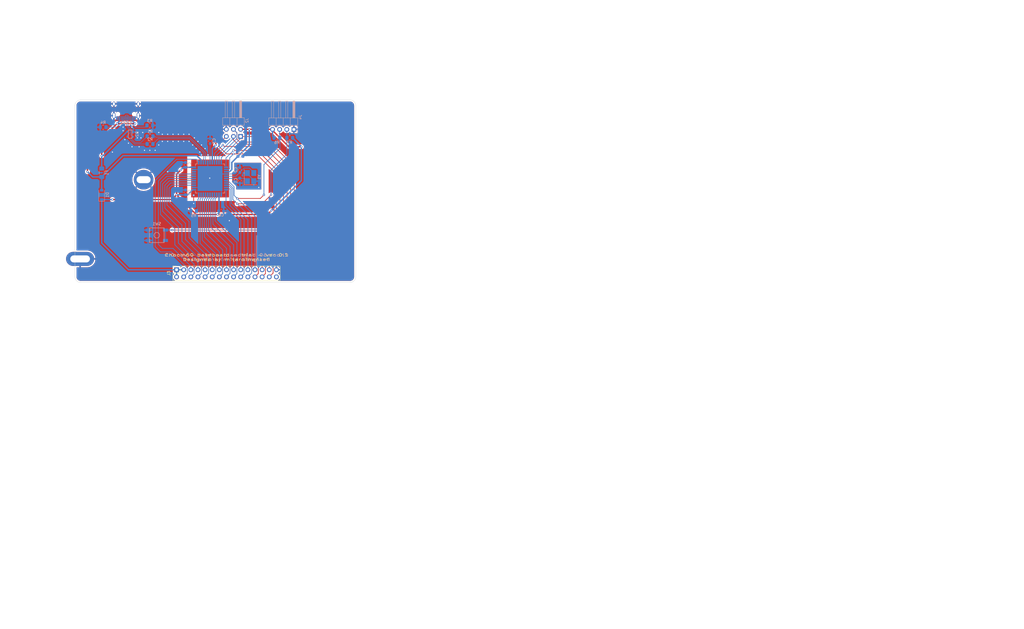
<source format=kicad_pcb>
(kicad_pcb (version 20171130) (host pcbnew "(5.1.0)-1")
  (layers (0 F.Cu signal) (31 B.Cu signal) (34 B.Paste user) (35 F.Paste user) (36 B.SilkS user) (37 F.SilkS user) (38 B.Mask user) (39 F.Mask user) (44 Edge.Cuts user))
  (net 0 "")
  (net 1 GND)
  (net 2 "Net-(C1-Pad1)")
  (net 3 +5V)
  (net 4 VBUS)
  (net 5 VCC)
  (net 6 ~RESET)
  (net 7 PB2_MOSI)
  (net 8 PB1_SCK)
  (net 9 PB3_MISO)
  (net 10 PF7)
  (net 11 PF6)
  (net 12 PF5)
  (net 13 PF4)
  (net 14 PF1)
  (net 15 PF0)
  (net 16 PE6)
  (net 17 PD7)
  (net 18 PD6)
  (net 19 PD5)
  (net 20 PD4)
  (net 21 PD3)
  (net 22 PD2)
  (net 23 PD1_SDA)
  (net 24 PD0_SCL)
  (net 25 PC7)
  (net 26 PC6)
  (net 27 PB7)
  (net 28 PB6)
  (net 29 PB5)
  (net 30 PB4)
  (net 31 PB0)
  (net 32 D+)
  (net 33 D-)
  (net 34 "Net-(R5-Pad2)")
  (net 35 "Net-(U1-Pad42)")
  (net 36 "Net-(J3-Pad30)")
  (net 37 /D_P)
  (net 38 /D_N)
  (net 39 "Net-(C2-Pad2)")
  (net 40 /UCAP)
  (net 41 "Net-(R4-Pad1)")
  (net 42 "Net-(USB1-Pad3)")
  (net 43 "Net-(USB1-Pad9)")
  (net 44 "Net-(R3-Pad2)")
  (module Orbit_Type-C:HRO-TYPE-C-31-M-12 (layer B.Cu) (at 58.2 48.8)
    (fp_text reference USB1 (at 0 9.25) (layer B.SilkS) (effects (justify mirror)))
    (fp_text value HRO-TYPE-C-31-M-12)
    (pad 12 smd rect (at 3.225 7.695) (size 0.55 1.45) (layers B.Cu B.Paste B.Mask) (net 1 GND))
    (pad 1 smd rect (at -3.225 7.695) (size 0.55 1.45) (layers B.Cu B.Paste B.Mask) (net 1 GND))
    (pad 11 smd rect (at 2.45 7.695) (size 0.55 1.45) (layers B.Cu B.Paste B.Mask) (net 5 VCC))
    (pad 2 smd rect (at -2.45 7.695) (size 0.55 1.45) (layers B.Cu B.Paste B.Mask) (net 5 VCC))
    (pad 3 smd rect (at -1.75 7.695) (size 0.3 1.45) (layers B.Cu B.Paste B.Mask) (net 42 "Net-(USB1-Pad3)"))
    (pad 10 smd rect (at 1.75 7.695) (size 0.3 1.45) (layers B.Cu B.Paste B.Mask) (net 44 "Net-(R3-Pad2)"))
    (pad 4 smd rect (at -1.25 7.695) (size 0.3 1.45) (layers B.Cu B.Paste B.Mask) (net 41 "Net-(R4-Pad1)"))
    (pad 9 smd rect (at 1.25 7.695) (size 0.3 1.45) (layers B.Cu B.Paste B.Mask) (net 43 "Net-(USB1-Pad9)"))
    (pad 5 smd rect (at -0.75 7.695) (size 0.3 1.45) (layers B.Cu B.Paste B.Mask) (net 38 /D_N))
    (pad 8 smd rect (at 0.75 7.695) (size 0.3 1.45) (layers B.Cu B.Paste B.Mask) (net 37 /D_P))
    (pad 7 smd rect (at 0.25 7.695) (size 0.3 1.45) (layers B.Cu B.Paste B.Mask) (net 38 /D_N))
    (pad 6 smd rect (at -0.25 7.695) (size 0.3 1.45) (layers B.Cu B.Paste B.Mask) (net 37 /D_P))
    (pad "" np_thru_hole circle (at 2.89 6.25) (size 0.65 0.65) (drill 0.65) (layers *.Cu *.Mask))
    (pad "" np_thru_hole circle (at -2.89 6.25) (size 0.65 0.65) (drill 0.65) (layers *.Cu *.Mask))
    (pad 13 thru_hole oval (at -4.32 6.78) (size 1 2.1) (drill oval 0.6 1.7) (layers *.Cu F.Mask) (net 1 GND))
    (pad 13 thru_hole oval (at 4.32 6.78) (size 1 2.1) (drill oval 0.6 1.7) (layers *.Cu F.Mask) (net 1 GND))
    (pad 13 thru_hole oval (at -4.32 2.6) (size 1 1.6) (drill oval 0.6 1.2) (layers *.Cu F.Mask) (net 1 GND))
    (pad 13 thru_hole oval (at 4.32 2.6) (size 1 1.6) (drill oval 0.6 1.2) (layers *.Cu F.Mask) (net 1 GND))
  )
  (module Resistor_SMD:R_0805_2012Metric_Pad1.15x1.40mm_HandSolder (layer B.Cu) (at 66.745 62.9285 180)
    (fp_text reference R1 (at 0 1.65 180) (layer B.SilkS) (effects (justify mirror)))
    (fp_text value 22)
    (pad 2 smd roundrect (at 1.025 0 180) (size 1.15 1.4) (layers B.Cu B.Paste B.Mask) (roundrect_rratio 0.217391) (net 37 /D_P))
    (pad 1 smd roundrect (at -1.025 0 180) (size 1.15 1.4) (layers B.Cu B.Paste B.Mask) (roundrect_rratio 0.217391) (net 32 D+))
  )
  (module Resistor_SMD:R_0805_2012Metric_Pad1.15x1.40mm_HandSolder (layer B.Cu) (at 66.745 65.6924 180)
    (fp_text reference R2 (at 0 1.65 180) (layer B.SilkS) (effects (justify mirror)))
    (fp_text value 22)
    (pad 2 smd roundrect (at 1.025 0 180) (size 1.15 1.4) (layers B.Cu B.Paste B.Mask) (roundrect_rratio 0.217391) (net 38 /D_N))
    (pad 1 smd roundrect (at -1.025 0 180) (size 1.15 1.4) (layers B.Cu B.Paste B.Mask) (roundrect_rratio 0.217391) (net 33 D-))
  )
  (module Resistor_SMD:R_0805_2012Metric_Pad1.15x1.40mm_HandSolder (layer B.Cu) (at 50.029 59.69 180)
    (fp_text reference R4 (at 0 1.65 180) (layer B.SilkS) (effects (justify mirror)))
    (fp_text value 5.1k)
    (pad 2 smd roundrect (at 1.025 0 180) (size 1.15 1.4) (layers B.Cu B.Paste B.Mask) (roundrect_rratio 0.217391) (net 1 GND))
    (pad 1 smd roundrect (at -1.025 0 180) (size 1.15 1.4) (layers B.Cu B.Paste B.Mask) (roundrect_rratio 0.217391) (net 41 "Net-(R4-Pad1)"))
  )
  (module Resistor_SMD:R_0805_2012Metric_Pad1.15x1.40mm_HandSolder (layer B.Cu) (at 66.675 59.055 180)
    (fp_text reference R3 (at 0 1.65 180) (layer B.SilkS) (effects (justify mirror)))
    (fp_text value 5.1k)
    (pad 2 smd roundrect (at 1.025 0 180) (size 1.15 1.4) (layers B.Cu B.Paste B.Mask) (roundrect_rratio 0.217391) (net 44 "Net-(R3-Pad2)"))
    (pad 1 smd roundrect (at -1.025 0 180) (size 1.15 1.4) (layers B.Cu B.Paste B.Mask) (roundrect_rratio 0.217391) (net 1 GND))
  )
  (module Crystal:Crystal_SMD_3225-4Pin_3.2x2.5mm_HandSoldering (layer B.Cu) (at 102.5525 77.47 90)
    (fp_text reference Y1 (at 0 3.05 90) (layer B.SilkS) (effects (justify mirror)))
    (fp_text value 16MHz)
    (pad 4 smd rect (at -1.45 1.15 90) (size 2.1 1.8) (layers B.Cu B.Paste B.Mask) (net 1 GND))
    (pad 3 smd rect (at 1.45 1.15 90) (size 2.1 1.8) (layers B.Cu B.Paste B.Mask) (net 39 "Net-(C2-Pad2)"))
    (pad 2 smd rect (at 1.45 -1.15 90) (size 2.1 1.8) (layers B.Cu B.Paste B.Mask) (net 1 GND))
    (pad 1 smd rect (at -1.45 -1.15 90) (size 2.1 1.8) (layers B.Cu B.Paste B.Mask) (net 2 "Net-(C1-Pad1)"))
  )
  (module Orbit_locallib:SOT143B (layer B.Cu) (at 59.6748 62.17 270)
    (fp_text reference D2 (at 0 -2.45 270) (layer B.SilkS) (effects (justify mirror)))
    (fp_text value PRTR5V0U2X)
    (pad 1 smd rect (at -0.75 -1 270) (size 1 0.7) (layers B.Cu B.Paste B.Mask) (net 1 GND))
    (pad 4 smd rect (at -0.95 1 270) (size 0.6 0.7) (layers B.Cu B.Paste B.Mask) (net 5 VCC))
    (pad 2 smd rect (at 0.95 -1 270) (size 0.6 0.7) (layers B.Cu B.Paste B.Mask) (net 37 /D_P))
    (pad 3 smd rect (at 0.95 1 270) (size 0.6 0.7) (layers B.Cu B.Paste B.Mask) (net 38 /D_N))
  )
  (module Package_QFP:TQFP-44_10x10mm_P0.8mm (layer B.Cu) (at 88.1126 77.978 270)
    (fp_text reference U1 (at 0 7.45 270) (layer B.SilkS) (effects (justify mirror)))
    (fp_text value ATmega32U4-AU)
    (pad 44 smd rect (at -4 5.7 180) (size 1.5 0.55) (layers B.Cu B.Paste B.Mask) (net 3 +5V))
    (pad 43 smd rect (at -3.2 5.7 180) (size 1.5 0.55) (layers B.Cu B.Paste B.Mask) (net 1 GND))
    (pad 42 smd rect (at -2.4 5.7 180) (size 1.5 0.55) (layers B.Cu B.Paste B.Mask) (net 35 "Net-(U1-Pad42)"))
    (pad 41 smd rect (at -1.6 5.7 180) (size 1.5 0.55) (layers B.Cu B.Paste B.Mask) (net 15 PF0))
    (pad 40 smd rect (at -0.8 5.7 180) (size 1.5 0.55) (layers B.Cu B.Paste B.Mask) (net 14 PF1))
    (pad 39 smd rect (at 0 5.7 180) (size 1.5 0.55) (layers B.Cu B.Paste B.Mask) (net 13 PF4))
    (pad 38 smd rect (at 0.8 5.7 180) (size 1.5 0.55) (layers B.Cu B.Paste B.Mask) (net 12 PF5))
    (pad 37 smd rect (at 1.6 5.7 180) (size 1.5 0.55) (layers B.Cu B.Paste B.Mask) (net 11 PF6))
    (pad 36 smd rect (at 2.4 5.7 180) (size 1.5 0.55) (layers B.Cu B.Paste B.Mask) (net 10 PF7))
    (pad 35 smd rect (at 3.2 5.7 180) (size 1.5 0.55) (layers B.Cu B.Paste B.Mask) (net 1 GND))
    (pad 34 smd rect (at 4 5.7 180) (size 1.5 0.55) (layers B.Cu B.Paste B.Mask) (net 3 +5V))
    (pad 33 smd rect (at 5.7 4 270) (size 1.5 0.55) (layers B.Cu B.Paste B.Mask) (net 34 "Net-(R5-Pad2)"))
    (pad 32 smd rect (at 5.7 3.2 270) (size 1.5 0.55) (layers B.Cu B.Paste B.Mask) (net 25 PC7))
    (pad 31 smd rect (at 5.7 2.4 270) (size 1.5 0.55) (layers B.Cu B.Paste B.Mask) (net 26 PC6))
    (pad 30 smd rect (at 5.7 1.6 270) (size 1.5 0.55) (layers B.Cu B.Paste B.Mask) (net 28 PB6))
    (pad 29 smd rect (at 5.7 0.8 270) (size 1.5 0.55) (layers B.Cu B.Paste B.Mask) (net 29 PB5))
    (pad 28 smd rect (at 5.7 0 270) (size 1.5 0.55) (layers B.Cu B.Paste B.Mask) (net 30 PB4))
    (pad 27 smd rect (at 5.7 -0.8 270) (size 1.5 0.55) (layers B.Cu B.Paste B.Mask) (net 17 PD7))
    (pad 26 smd rect (at 5.7 -1.6 270) (size 1.5 0.55) (layers B.Cu B.Paste B.Mask) (net 18 PD6))
    (pad 25 smd rect (at 5.7 -2.4 270) (size 1.5 0.55) (layers B.Cu B.Paste B.Mask) (net 20 PD4))
    (pad 24 smd rect (at 5.7 -3.2 270) (size 1.5 0.55) (layers B.Cu B.Paste B.Mask) (net 3 +5V))
    (pad 23 smd rect (at 5.7 -4 270) (size 1.5 0.55) (layers B.Cu B.Paste B.Mask) (net 1 GND))
    (pad 22 smd rect (at 4 -5.7 180) (size 1.5 0.55) (layers B.Cu B.Paste B.Mask) (net 19 PD5))
    (pad 21 smd rect (at 3.2 -5.7 180) (size 1.5 0.55) (layers B.Cu B.Paste B.Mask) (net 21 PD3))
    (pad 20 smd rect (at 2.4 -5.7 180) (size 1.5 0.55) (layers B.Cu B.Paste B.Mask) (net 22 PD2))
    (pad 19 smd rect (at 1.6 -5.7 180) (size 1.5 0.55) (layers B.Cu B.Paste B.Mask) (net 23 PD1_SDA))
    (pad 18 smd rect (at 0.8 -5.7 180) (size 1.5 0.55) (layers B.Cu B.Paste B.Mask) (net 24 PD0_SCL))
    (pad 17 smd rect (at 0 -5.7 180) (size 1.5 0.55) (layers B.Cu B.Paste B.Mask) (net 2 "Net-(C1-Pad1)"))
    (pad 16 smd rect (at -0.8 -5.7 180) (size 1.5 0.55) (layers B.Cu B.Paste B.Mask) (net 39 "Net-(C2-Pad2)"))
    (pad 15 smd rect (at -1.6 -5.7 180) (size 1.5 0.55) (layers B.Cu B.Paste B.Mask) (net 1 GND))
    (pad 14 smd rect (at -2.4 -5.7 180) (size 1.5 0.55) (layers B.Cu B.Paste B.Mask) (net 3 +5V))
    (pad 13 smd rect (at -3.2 -5.7 180) (size 1.5 0.55) (layers B.Cu B.Paste B.Mask) (net 6 ~RESET))
    (pad 12 smd rect (at -4 -5.7 180) (size 1.5 0.55) (layers B.Cu B.Paste B.Mask) (net 27 PB7))
    (pad 11 smd rect (at -5.7 -4 270) (size 1.5 0.55) (layers B.Cu B.Paste B.Mask) (net 9 PB3_MISO))
    (pad 10 smd rect (at -5.7 -3.2 270) (size 1.5 0.55) (layers B.Cu B.Paste B.Mask) (net 7 PB2_MOSI))
    (pad 9 smd rect (at -5.7 -2.4 270) (size 1.5 0.55) (layers B.Cu B.Paste B.Mask) (net 8 PB1_SCK))
    (pad 8 smd rect (at -5.7 -1.6 270) (size 1.5 0.55) (layers B.Cu B.Paste B.Mask) (net 31 PB0))
    (pad 7 smd rect (at -5.7 -0.8 270) (size 1.5 0.55) (layers B.Cu B.Paste B.Mask) (net 4 VBUS))
    (pad 6 smd rect (at -5.7 0 270) (size 1.5 0.55) (layers B.Cu B.Paste B.Mask) (net 40 /UCAP))
    (pad 5 smd rect (at -5.7 0.8 270) (size 1.5 0.55) (layers B.Cu B.Paste B.Mask) (net 1 GND))
    (pad 4 smd rect (at -5.7 1.6 270) (size 1.5 0.55) (layers B.Cu B.Paste B.Mask) (net 32 D+))
    (pad 3 smd rect (at -5.7 2.4 270) (size 1.5 0.55) (layers B.Cu B.Paste B.Mask) (net 33 D-))
    (pad 2 smd rect (at -5.7 3.2 270) (size 1.5 0.55) (layers B.Cu B.Paste B.Mask) (net 4 VBUS))
    (pad 1 smd rect (at -5.7 4 270) (size 1.5 0.55) (layers B.Cu B.Paste B.Mask) (net 16 PE6))
  )
  (module Orbit_locallib:SKQGADE010 (layer B.Cu) (at 69.15 98.2)
    (fp_text reference SW1 (at 0 -4.064) (layer B.SilkS) (effects (justify mirror)))
    (fp_text value SW_Push)
    (pad 4 smd rect (at -3.1 -1.85) (size 1.8 1.1) (layers B.Cu B.Paste B.Mask) (net 1 GND))
    (pad 3 smd rect (at 3.1 1.85) (size 1.8 1.1) (layers B.Cu B.Paste B.Mask) (net 6 ~RESET))
    (pad 2 smd rect (at -3.1 1.85) (size 1.8 1.1) (layers B.Cu B.Paste B.Mask) (net 1 GND))
    (pad 1 smd rect (at 3.1 -1.85) (size 1.8 1.1) (layers B.Cu B.Paste B.Mask) (net 6 ~RESET))
  )
  (module Resistor_SMD:R_0805_2012Metric_Pad1.15x1.40mm_HandSolder (layer B.Cu) (at 116.506 63.5)
    (fp_text reference R7 (at 0 1.65) (layer B.SilkS) (effects (justify mirror)))
    (fp_text value 4.7k)
    (pad 2 smd roundrect (at 1.025 0) (size 1.15 1.4) (layers B.Cu B.Paste B.Mask) (roundrect_rratio 0.217391) (net 3 +5V))
    (pad 1 smd roundrect (at -1.025 0) (size 1.15 1.4) (layers B.Cu B.Paste B.Mask) (roundrect_rratio 0.217391) (net 23 PD1_SDA))
  )
  (module Resistor_SMD:R_0805_2012Metric_Pad1.15x1.40mm_HandSolder (layer B.Cu) (at 111.943 63.5)
    (fp_text reference R6 (at 0 1.65) (layer B.SilkS) (effects (justify mirror)))
    (fp_text value 4.7k)
    (pad 2 smd roundrect (at 1.025 0) (size 1.15 1.4) (layers B.Cu B.Paste B.Mask) (roundrect_rratio 0.217391) (net 24 PD0_SCL))
    (pad 1 smd roundrect (at -1.025 0) (size 1.15 1.4) (layers B.Cu B.Paste B.Mask) (roundrect_rratio 0.217391) (net 3 +5V))
  )
  (module Resistor_SMD:R_0805_2012Metric_Pad1.15x1.40mm_HandSolder (layer B.Cu) (at 82.296 89.535)
    (fp_text reference R5 (at 0 1.65) (layer B.SilkS) (effects (justify mirror)))
    (fp_text value 10k)
    (pad 2 smd roundrect (at 1.025 0) (size 1.15 1.4) (layers B.Cu B.Paste B.Mask) (roundrect_rratio 0.217391) (net 34 "Net-(R5-Pad2)"))
    (pad 1 smd roundrect (at -1.025 0) (size 1.15 1.4) (layers B.Cu B.Paste B.Mask) (roundrect_rratio 0.217391) (net 1 GND))
  )
  (module Connector_PinHeader_2.54mm:PinHeader_1x04_P2.54mm_Horizontal (layer B.Cu) (at 118 60.5 90)
    (fp_text reference J4 (at 4.385 2.27 90) (layer B.SilkS) (effects (justify mirror)))
    (fp_text value Conn_01x04)
    (pad 4 thru_hole oval (at 0 -7.62 90) (size 1.7 1.7) (drill 1) (layers *.Cu *.Mask) (net 3 +5V))
    (pad 3 thru_hole oval (at 0 -5.08 90) (size 1.7 1.7) (drill 1) (layers *.Cu *.Mask) (net 24 PD0_SCL))
    (pad 2 thru_hole oval (at 0 -2.54 90) (size 1.7 1.7) (drill 1) (layers *.Cu *.Mask) (net 23 PD1_SDA))
    (pad 1 thru_hole rect (at 0 0 90) (size 1.7 1.7) (drill 1) (layers *.Cu *.Mask) (net 1 GND))
  )
  (module Connector_PinSocket_2.54mm:PinSocket_2x15_P2.54mm_Vertical (layer F.Cu) (at 76.2 110.49 90)
    (fp_text reference J3 (at -1.27 -2.77 90) (layer F.SilkS))
    (fp_text value Conn_01x30)
    (pad 30 thru_hole oval (at -2.54 35.56 90) (size 1.7 1.7) (drill 1) (layers *.Cu *.Mask) (net 36 "Net-(J3-Pad30)"))
    (pad 29 thru_hole oval (at 0 35.56 90) (size 1.7 1.7) (drill 1) (layers *.Cu *.Mask) (net 1 GND))
    (pad 28 thru_hole oval (at -2.54 33.02 90) (size 1.7 1.7) (drill 1) (layers *.Cu *.Mask) (net 9 PB3_MISO))
    (pad 27 thru_hole oval (at 0 33.02 90) (size 1.7 1.7) (drill 1) (layers *.Cu *.Mask) (net 7 PB2_MOSI))
    (pad 26 thru_hole oval (at -2.54 30.48 90) (size 1.7 1.7) (drill 1) (layers *.Cu *.Mask) (net 8 PB1_SCK))
    (pad 25 thru_hole oval (at 0 30.48 90) (size 1.7 1.7) (drill 1) (layers *.Cu *.Mask) (net 31 PB0))
    (pad 24 thru_hole oval (at -2.54 27.94 90) (size 1.7 1.7) (drill 1) (layers *.Cu *.Mask) (net 27 PB7))
    (pad 23 thru_hole oval (at 0 27.94 90) (size 1.7 1.7) (drill 1) (layers *.Cu *.Mask) (net 24 PD0_SCL))
    (pad 22 thru_hole oval (at -2.54 25.4 90) (size 1.7 1.7) (drill 1) (layers *.Cu *.Mask) (net 23 PD1_SDA))
    (pad 21 thru_hole oval (at 0 25.4 90) (size 1.7 1.7) (drill 1) (layers *.Cu *.Mask) (net 22 PD2))
    (pad 20 thru_hole oval (at -2.54 22.86 90) (size 1.7 1.7) (drill 1) (layers *.Cu *.Mask) (net 21 PD3))
    (pad 19 thru_hole oval (at 0 22.86 90) (size 1.7 1.7) (drill 1) (layers *.Cu *.Mask) (net 19 PD5))
    (pad 18 thru_hole oval (at -2.54 20.32 90) (size 1.7 1.7) (drill 1) (layers *.Cu *.Mask) (net 20 PD4))
    (pad 17 thru_hole oval (at 0 20.32 90) (size 1.7 1.7) (drill 1) (layers *.Cu *.Mask) (net 18 PD6))
    (pad 16 thru_hole oval (at -2.54 17.78 90) (size 1.7 1.7) (drill 1) (layers *.Cu *.Mask) (net 17 PD7))
    (pad 15 thru_hole oval (at 0 17.78 90) (size 1.7 1.7) (drill 1) (layers *.Cu *.Mask) (net 30 PB4))
    (pad 14 thru_hole oval (at -2.54 15.24 90) (size 1.7 1.7) (drill 1) (layers *.Cu *.Mask) (net 29 PB5))
    (pad 13 thru_hole oval (at 0 15.24 90) (size 1.7 1.7) (drill 1) (layers *.Cu *.Mask) (net 28 PB6))
    (pad 12 thru_hole oval (at -2.54 12.7 90) (size 1.7 1.7) (drill 1) (layers *.Cu *.Mask) (net 26 PC6))
    (pad 11 thru_hole oval (at 0 12.7 90) (size 1.7 1.7) (drill 1) (layers *.Cu *.Mask) (net 25 PC7))
    (pad 10 thru_hole oval (at -2.54 10.16 90) (size 1.7 1.7) (drill 1) (layers *.Cu *.Mask) (net 10 PF7))
    (pad 9 thru_hole oval (at 0 10.16 90) (size 1.7 1.7) (drill 1) (layers *.Cu *.Mask) (net 11 PF6))
    (pad 8 thru_hole oval (at -2.54 7.62 90) (size 1.7 1.7) (drill 1) (layers *.Cu *.Mask) (net 12 PF5))
    (pad 7 thru_hole oval (at 0 7.62 90) (size 1.7 1.7) (drill 1) (layers *.Cu *.Mask) (net 13 PF4))
    (pad 6 thru_hole oval (at -2.54 5.08 90) (size 1.7 1.7) (drill 1) (layers *.Cu *.Mask) (net 14 PF1))
    (pad 5 thru_hole oval (at 0 5.08 90) (size 1.7 1.7) (drill 1) (layers *.Cu *.Mask) (net 15 PF0))
    (pad 4 thru_hole oval (at -2.54 2.54 90) (size 1.7 1.7) (drill 1) (layers *.Cu *.Mask) (net 16 PE6))
    (pad 3 thru_hole oval (at 0 2.54 90) (size 1.7 1.7) (drill 1) (layers *.Cu *.Mask) (net 3 +5V))
    (pad 2 thru_hole oval (at -2.54 0 90) (size 1.7 1.7) (drill 1) (layers *.Cu *.Mask) (net 3 +5V))
    (pad 1 thru_hole rect (at 0 0 90) (size 1.7 1.7) (drill 1) (layers *.Cu *.Mask) (net 3 +5V))
  )
  (module Connector_PinHeader_2.54mm:PinHeader_2x03_P2.54mm_Horizontal (layer B.Cu) (at 99 63 90)
    (fp_text reference J2 (at 5.655 2.27 90) (layer B.SilkS) (effects (justify mirror)))
    (fp_text value AVR-ISP-6)
    (pad 6 thru_hole oval (at 2.54 -5.08 90) (size 1.7 1.7) (drill 1) (layers *.Cu *.Mask) (net 1 GND))
    (pad 5 thru_hole oval (at 0 -5.08 90) (size 1.7 1.7) (drill 1) (layers *.Cu *.Mask) (net 6 ~RESET))
    (pad 4 thru_hole oval (at 2.54 -2.54 90) (size 1.7 1.7) (drill 1) (layers *.Cu *.Mask) (net 7 PB2_MOSI))
    (pad 3 thru_hole oval (at 0 -2.54 90) (size 1.7 1.7) (drill 1) (layers *.Cu *.Mask) (net 8 PB1_SCK))
    (pad 2 thru_hole oval (at 2.54 0 90) (size 1.7 1.7) (drill 1) (layers *.Cu *.Mask) (net 3 +5V))
    (pad 1 thru_hole rect (at 0 0 90) (size 1.7 1.7) (drill 1) (layers *.Cu *.Mask) (net 9 PB3_MISO))
  )
  (module Fuse:Fuse_1206_3216Metric_Pad1.42x1.75mm_HandSolder (layer B.Cu) (at 49.53 75.9349 90)
    (fp_text reference F1 (at 0 1.82 90) (layer B.SilkS) (effects (justify mirror)))
    (fp_text value 500mA)
    (pad 2 smd roundrect (at 1.4875 0 90) (size 1.425 1.75) (layers B.Cu B.Paste B.Mask) (roundrect_rratio 0.175439) (net 5 VCC))
    (pad 1 smd roundrect (at -1.4875 0 90) (size 1.425 1.75) (layers B.Cu B.Paste B.Mask) (roundrect_rratio 0.175439) (net 4 VBUS))
  )
  (module Diode_SMD:D_SOD-123 (layer B.Cu) (at 49.53 83.82 90)
    (fp_text reference D1 (at 0 2 90) (layer B.SilkS) (effects (justify mirror)))
    (fp_text value Schottky)
    (pad 2 smd rect (at 1.65 0 90) (size 0.9 1.2) (layers B.Cu B.Paste B.Mask) (net 4 VBUS))
    (pad 1 smd rect (at -1.65 0 90) (size 0.9 1.2) (layers B.Cu B.Paste B.Mask) (net 3 +5V))
  )
  (module Capacitor_SMD:C_0603_1608Metric_Pad1.05x0.95mm_HandSolder (layer B.Cu) (at 79.375 73.152 90)
    (fp_text reference C7 (at 0 1.43 90) (layer B.SilkS) (effects (justify mirror)))
    (fp_text value 10uF)
    (pad 2 smd roundrect (at 0.875 0 90) (size 1.05 0.95) (layers B.Cu B.Paste B.Mask) (net 1 GND))
    (pad 1 smd roundrect (at -0.875 0 90) (size 1.05 0.95) (layers B.Cu B.Paste B.Mask) (net 3 +5V))
  )
  (module Capacitor_SMD:C_0603_1608Metric_Pad1.05x0.95mm_HandSolder (layer B.Cu) (at 92.075 89.535)
    (fp_text reference C6 (at 0 1.43) (layer B.SilkS) (effects (justify mirror)))
    (fp_text value 0.1uF)
    (pad 2 smd roundrect (at 0.875 0) (size 1.05 0.95) (layers B.Cu B.Paste B.Mask) (net 1 GND))
    (pad 1 smd roundrect (at -0.875 0) (size 1.05 0.95) (layers B.Cu B.Paste B.Mask) (net 3 +5V))
  )
  (module Capacitor_SMD:C_0603_1608Metric_Pad1.05x0.95mm_HandSolder (layer B.Cu) (at 79.375 82.931 90)
    (fp_text reference C5 (at 0 1.43 90) (layer B.SilkS) (effects (justify mirror)))
    (fp_text value 0.1uF)
    (pad 2 smd roundrect (at 0.875 0 90) (size 1.05 0.95) (layers B.Cu B.Paste B.Mask) (net 1 GND))
    (pad 1 smd roundrect (at -0.875 0 90) (size 1.05 0.95) (layers B.Cu B.Paste B.Mask) (net 3 +5V))
  )
  (module Capacitor_SMD:C_0603_1608Metric_Pad1.05x0.95mm_HandSolder (layer B.Cu) (at 98.933 70.104 180)
    (fp_text reference C4 (at 0 1.43 180) (layer B.SilkS) (effects (justify mirror)))
    (fp_text value 0.1uF)
    (pad 2 smd roundrect (at 0.875 0 180) (size 1.05 0.95) (layers B.Cu B.Paste B.Mask) (net 3 +5V))
    (pad 1 smd roundrect (at -0.875 0 180) (size 1.05 0.95) (layers B.Cu B.Paste B.Mask) (net 1 GND))
  )
  (module Capacitor_SMD:C_0603_1608Metric_Pad1.05x0.95mm_HandSolder (layer B.Cu) (at 88.138 64.643 90)
    (fp_text reference C3 (at 0 1.43 90) (layer B.SilkS) (effects (justify mirror)))
    (fp_text value 1uF)
    (pad 2 smd roundrect (at 0.875 0 90) (size 1.05 0.95) (layers B.Cu B.Paste B.Mask) (net 1 GND))
    (pad 1 smd roundrect (at -0.875 0 90) (size 1.05 0.95) (layers B.Cu B.Paste B.Mask) (net 40 /UCAP))
  )
  (module Capacitor_SMD:C_0603_1608Metric_Pad1.05x0.95mm_HandSolder (layer B.Cu) (at 98.7425 74.93 270)
    (fp_text reference C2 (at 0 1.43 270) (layer B.SilkS) (effects (justify mirror)))
    (fp_text value 22pF)
    (pad 2 smd roundrect (at 0.875 0 270) (size 1.05 0.95) (layers B.Cu B.Paste B.Mask) (net 39 "Net-(C2-Pad2)"))
    (pad 1 smd roundrect (at -0.875 0 270) (size 1.05 0.95) (layers B.Cu B.Paste B.Mask) (net 1 GND))
  )
  (module Capacitor_SMD:C_0603_1608Metric_Pad1.05x0.95mm_HandSolder (layer B.Cu) (at 98.7425 78.74 270)
    (fp_text reference C1 (at 0 1.43 270) (layer B.SilkS) (effects (justify mirror)))
    (fp_text value 22pF)
    (pad 2 smd roundrect (at 0.875 0 270) (size 1.05 0.95) (layers B.Cu B.Paste B.Mask) (net 1 GND))
    (pad 1 smd roundrect (at -0.875 0 270) (size 1.05 0.95) (layers B.Cu B.Paste B.Mask) (net 2 "Net-(C1-Pad1)"))
  )
  (module gh60_hole:PKRH (layer F.Cu) (at 64.453146 78.400048)
    (fp_text reference S1 hide)
    (fp_text value Screw)
    (pad 1 thru_hole circle (at 0 0) (size 7.00024 7.00024) (drill oval 5.00126 2.49936) (layers *.Cu *.Mask) (net 1 GND))
  )
  (module gh60_hole:PKRHSL (layer F.Cu) (at 41.831252 106.625)
    (fp_text reference S4 hide)
    (fp_text value Screw)
    (pad 1 thru_hole oval (at 0 0) (size 9.99998 5.00126) (drill oval 7.00024 2.49936) (layers *.Cu *.Mask) (net 1 GND))
  )
  (gr_text "ChocIn60 baseboard - trial - ver 0.1\nDesigned by mitaroThanken" (at 93.98 106.045) (layer B.SilkS) (effects (font (size 1 1.5)) (justify mirror)))
  (gr_text "ChocIn60 baseboard - trial - ver 0.1\nDesigned by mitaroThanken" (at 93.98 106.045) (layer F.SilkS) (effects (font (size 1 1.5))))
  (gr_line (start 138 115) (end 42 115) (angle 90) (layer Edge.Cuts) (width 0.0991))
  (gr_line (start 140 52) (end 140 113) (angle 90) (layer Edge.Cuts) (width 0.1))
  (gr_line (start 42 50) (end 138 50) (angle 90) (layer Edge.Cuts) (width 0.1))
  (gr_arc (start 42 113) (end 42 115) (angle 90) (layer Edge.Cuts) (width 0.1))
  (gr_arc (start 138 113) (end 140 113) (angle 90) (layer Edge.Cuts) (width 0.1))
  (gr_arc (start 42 52) (end 40 52) (angle 90) (layer Edge.Cuts) (width 0.0991))
  (gr_line (start 40 113) (end 40 52) (angle 90) (layer Edge.Cuts) (width 0.1))
  (gr_arc (start 138 52) (end 138 50) (angle 90) (layer Edge.Cuts) (width 0.1))
  (segment (start 100.3554 69.4944) (end 101.3714 69.4944) (width 0.5) (layer B.Cu) (net 1))
  (segment (start 103.7025 78.5946) (end 103.7025 78.92) (width 0.25) (layer B.Cu) (net 1))
  (segment (start 101.4025 76.02) (end 101.4025 76.2946) (width 0.25) (layer B.Cu) (net 1))
  (segment (start 101.4025 76.2946) (end 103.7025 78.5946) (width 0.25) (layer B.Cu) (net 1))
  (segment (start 92.1126 81.9526) (end 92.1126 83.678) (width 0.25) (layer B.Cu) (net 1))
  (segment (start 87.3126 72.278) (end 87.3126 77.1526) (width 0.25) (layer B.Cu) (net 1))
  (segment (start 87.3126 77.1526) (end 88.011 77.851) (width 0.25) (layer B.Cu) (net 1))
  (segment (start 91.262 76.378) (end 93.8126 76.378) (width 0.25) (layer B.Cu) (net 1))
  (segment (start 82.4126 81.178) (end 86.462 81.178) (width 0.25) (layer B.Cu) (net 1))
  (segment (start 86.462 81.178) (end 91.262 76.378) (width 0.25) (layer B.Cu) (net 1))
  (segment (start 89.713 76.378) (end 93.8126 76.378) (width 0.25) (layer B.Cu) (net 1))
  (segment (start 82.4126 74.778) (end 88.113 74.778) (width 0.25) (layer B.Cu) (net 1))
  (segment (start 88.113 74.778) (end 89.713 76.378) (width 0.25) (layer B.Cu) (net 1))
  (segment (start 88.011 77.851) (end 92.1126 81.9526) (width 0.25) (layer B.Cu) (net 1))
  (via (at 88.011 77.851) (size 0.8) (drill 0.4) (layers F.Cu B.Cu) (net 1))
  (via (at 105.4735 81.153) (size 0.8) (drill 0.4) (layers F.Cu B.Cu) (net 1))
  (segment (start 96.4195 76.378) (end 98.7425 74.055) (width 0.25) (layer B.Cu) (net 1))
  (segment (start 93.8126 76.378) (end 96.4195 76.378) (width 0.25) (layer B.Cu) (net 1))
  (segment (start 62.52 52.5) (end 62.52 55.63) (width 0.25) (layer B.Cu) (net 1))
  (segment (start 62.52 51.45) (end 62.52 52.5) (width 0.25) (layer B.Cu) (net 1))
  (segment (start 62.52 55.63) (end 62.34 55.63) (width 0.25) (layer B.Cu) (net 1))
  (segment (start 53.88 55.63) (end 54.06 55.63) (width 0.25) (layer B.Cu) (net 1))
  (segment (start 53.88 55.63) (end 53.88 51.45) (width 0.25) (layer B.Cu) (net 1))
  (segment (start 61.605 56.495) (end 62.52 55.58) (width 0.25) (layer B.Cu) (net 1))
  (segment (start 61.425 56.495) (end 61.605 56.495) (width 0.25) (layer B.Cu) (net 1))
  (segment (start 54.795 56.495) (end 53.88 55.58) (width 0.25) (layer B.Cu) (net 1))
  (segment (start 54.975 56.495) (end 54.795 56.495) (width 0.25) (layer B.Cu) (net 1))
  (segment (start 54.63 51.4) (end 62.52 51.4) (width 0.25) (layer B.Cu) (net 1))
  (segment (start 53.88 51.4) (end 54.63 51.4) (width 0.25) (layer B.Cu) (net 1))
  (via (at 95 93) (size 0.8) (drill 0.4) (layers F.Cu B.Cu) (net 1))
  (via (at 53.34 68.58) (size 0.8) (drill 0.4) (layers F.Cu B.Cu) (net 1))
  (via (at 73.025 75.565) (size 0.8) (drill 0.4) (layers F.Cu B.Cu) (net 1))
  (via (at 85.09 69.596) (size 0.8) (drill 0.4) (layers F.Cu B.Cu) (net 1))
  (via (at 87.376 69.596) (size 0.8) (drill 0.4) (layers F.Cu B.Cu) (net 1))
  (via (at 85.09 66.04) (size 0.8) (drill 0.4) (layers F.Cu B.Cu) (net 1))
  (via (at 83.185 67.31) (size 0.8) (drill 0.4) (layers F.Cu B.Cu) (net 1))
  (via (at 86.36 67.31) (size 0.8) (drill 0.4) (layers F.Cu B.Cu) (net 1))
  (via (at 84.455 68.58) (size 0.8) (drill 0.4) (layers F.Cu B.Cu) (net 1))
  (via (at 81.915 66.04) (size 0.8) (drill 0.4) (layers F.Cu B.Cu) (net 1))
  (via (at 83.82 64.77) (size 0.8) (drill 0.4) (layers F.Cu B.Cu) (net 1))
  (via (at 80.645 64.77) (size 0.8) (drill 0.4) (layers F.Cu B.Cu) (net 1))
  (via (at 82.55 63.5) (size 0.8) (drill 0.4) (layers F.Cu B.Cu) (net 1))
  (via (at 78.74 64.77) (size 0.8) (drill 0.4) (layers F.Cu B.Cu) (net 1))
  (via (at 80.645 62.23) (size 0.8) (drill 0.4) (layers F.Cu B.Cu) (net 1))
  (via (at 78.74 62.23) (size 0.8) (drill 0.4) (layers F.Cu B.Cu) (net 1))
  (via (at 76.835 62.23) (size 0.8) (drill 0.4) (layers F.Cu B.Cu) (net 1))
  (via (at 76.835 64.77) (size 0.8) (drill 0.4) (layers F.Cu B.Cu) (net 1))
  (via (at 74.93 62.23) (size 0.8) (drill 0.4) (layers F.Cu B.Cu) (net 1))
  (via (at 74.93 64.77) (size 0.8) (drill 0.4) (layers F.Cu B.Cu) (net 1))
  (via (at 73.025 62.23) (size 0.8) (drill 0.4) (layers F.Cu B.Cu) (net 1))
  (via (at 73.025 64.77) (size 0.8) (drill 0.4) (layers F.Cu B.Cu) (net 1))
  (via (at 71.12 62.23) (size 0.8) (drill 0.4) (layers F.Cu B.Cu) (net 1))
  (via (at 71.12 64.77) (size 0.8) (drill 0.4) (layers F.Cu B.Cu) (net 1))
  (via (at 69.85 66.04) (size 0.8) (drill 0.4) (layers F.Cu B.Cu) (net 1))
  (via (at 68.58 67.945) (size 0.8) (drill 0.4) (layers F.Cu B.Cu) (net 1))
  (via (at 66.675 67.945) (size 0.8) (drill 0.4) (layers F.Cu B.Cu) (net 1))
  (via (at 64.77 67.945) (size 0.8) (drill 0.4) (layers F.Cu B.Cu) (net 1))
  (via (at 62.865 66.675) (size 0.8) (drill 0.4) (layers F.Cu B.Cu) (net 1))
  (via (at 60.325 66.675) (size 0.8) (drill 0.4) (layers F.Cu B.Cu) (net 1))
  (via (at 66.675 60.96) (size 0.8) (drill 0.4) (layers F.Cu B.Cu) (net 1))
  (via (at 64.135 61.595) (size 0.8) (drill 0.4) (layers F.Cu B.Cu) (net 1))
  (via (at 63.5 63.5) (size 0.8) (drill 0.4) (layers F.Cu B.Cu) (net 1))
  (via (at 62.23 63.5) (size 0.8) (drill 0.4) (layers F.Cu B.Cu) (net 1))
  (via (at 62.23 61.595) (size 0.8) (drill 0.4) (layers F.Cu B.Cu) (net 1))
  (via (at 60.325 59.69) (size 0.8) (drill 0.4) (layers F.Cu B.Cu) (net 1))
  (via (at 57.15 59.69) (size 0.8) (drill 0.4) (layers F.Cu B.Cu) (net 1))
  (via (at 57.15 60.96) (size 0.8) (drill 0.4) (layers F.Cu B.Cu) (net 1))
  (via (at 57.785 64.135) (size 0.8) (drill 0.4) (layers F.Cu B.Cu) (net 1))
  (via (at 59.055 65.405) (size 0.8) (drill 0.4) (layers F.Cu B.Cu) (net 1))
  (via (at 69.85 61.595) (size 0.8) (drill 0.4) (layers F.Cu B.Cu) (net 1))
  (via (at 82.296 83.947) (size 0.8) (drill 0.4) (layers F.Cu B.Cu) (net 1))
  (via (at 82.296 86.868) (size 0.8) (drill 0.4) (layers F.Cu B.Cu) (net 1))
  (segment (start 82.296 86.868) (end 82.296 83.947) (width 0.25) (layer F.Cu) (net 1))
  (segment (start 101.092 69.723) (end 101.210072 69.604928) (width 0.25) (layer B.Cu) (net 1))
  (segment (start 101.0666 69.7484) (end 101.092 69.723) (width 0.5) (layer B.Cu) (net 1))
  (segment (start 99.949 69.85) (end 100.0506 69.7484) (width 0.5) (layer B.Cu) (net 1))
  (segment (start 100.0506 69.7484) (end 101.0666 69.7484) (width 0.5) (layer B.Cu) (net 1))
  (segment (start 99.822 69.7992) (end 100.7872 68.7832) (width 0.5) (layer B.Cu) (net 1))
  (segment (start 100.4605 77.978) (end 101.4025 78.92) (width 0.25) (layer B.Cu) (net 2))
  (segment (start 93.9546 77.978) (end 100.4605 77.978) (width 0.25) (layer B.Cu) (net 2))
  (segment (start 49.53 85.47) (end 53.339 85.47) (width 0.5) (layer B.Cu) (net 3))
  (via (at 53.339 85.47) (size 0.8) (drill 0.4) (layers F.Cu B.Cu) (net 3))
  (via (at 77.724 74.93) (size 0.8) (drill 0.4) (layers F.Cu B.Cu) (net 3))
  (segment (start 82.4126 73.978) (end 78.676 73.978) (width 0.5) (layer B.Cu) (net 3))
  (segment (start 78.676 73.978) (end 78.123999 74.530001) (width 0.5) (layer B.Cu) (net 3))
  (segment (start 78.123999 74.530001) (end 77.724 74.93) (width 0.5) (layer B.Cu) (net 3))
  (segment (start 78.74 110.49) (end 76.2 110.49) (width 0.5) (layer B.Cu) (net 3))
  (segment (start 76.2 113.03) (end 76.2 110.49) (width 0.5) (layer B.Cu) (net 3))
  (segment (start 76.2 110.49) (end 59.055 110.49) (width 0.5) (layer B.Cu) (net 3))
  (segment (start 59.055 110.49) (end 49.53 100.965) (width 0.5) (layer B.Cu) (net 3))
  (segment (start 49.53 100.965) (end 49.53 85.47) (width 0.5) (layer B.Cu) (net 3))
  (via (at 90.805022 90.805) (size 0.8) (drill 0.4) (layers F.Cu B.Cu) (net 3))
  (segment (start 91.3126 90.297422) (end 91.205021 90.405001) (width 0.5) (layer B.Cu) (net 3))
  (segment (start 91.205021 90.405001) (end 90.805022 90.805) (width 0.5) (layer B.Cu) (net 3))
  (segment (start 91.3126 83.678) (end 91.3126 90.297422) (width 0.5) (layer B.Cu) (net 3))
  (via (at 102.116 60.46) (size 0.8) (drill 0.4) (layers F.Cu B.Cu) (net 3))
  (segment (start 102.116 66.032) (end 102.116 61.025685) (width 0.5) (layer B.Cu) (net 3))
  (segment (start 102.116 61.025685) (end 102.116 60.46) (width 0.5) (layer B.Cu) (net 3))
  (segment (start 95.885 72.263) (end 102.116 66.032) (width 0.5) (layer B.Cu) (net 3))
  (segment (start 95.885 74.7556) (end 95.885 72.263) (width 0.5) (layer B.Cu) (net 3))
  (segment (start 95.0626 75.578) (end 95.885 74.7556) (width 0.5) (layer B.Cu) (net 3))
  (segment (start 93.8126 75.578) (end 95.0626 75.578) (width 0.5) (layer B.Cu) (net 3))
  (via (at 120.65 66.675) (size 0.8) (drill 0.4) (layers F.Cu B.Cu) (net 3))
  (segment (start 120.084315 66.675) (end 120.65 66.675) (width 0.5) (layer F.Cu) (net 3))
  (segment (start 116.205 66.675) (end 120.084315 66.675) (width 0.5) (layer F.Cu) (net 3))
  (segment (start 99 60.46) (end 109.99 60.46) (width 0.5) (layer F.Cu) (net 3))
  (segment (start 109.99 60.46) (end 116.205 66.675) (width 0.5) (layer F.Cu) (net 3))
  (segment (start 110.38 62.962) (end 110.918 63.5) (width 0.5) (layer B.Cu) (net 3))
  (segment (start 110.38 60.5) (end 110.38 62.962) (width 0.5) (layer B.Cu) (net 3))
  (via (at 76.2 83.81994) (size 0.8) (drill 0.4) (layers F.Cu B.Cu) (net 3))
  (segment (start 75.800001 84.219939) (end 76.2 83.81994) (width 0.5) (layer F.Cu) (net 3))
  (segment (start 74.54994 85.47) (end 75.800001 84.219939) (width 0.5) (layer F.Cu) (net 3))
  (segment (start 82.4126 81.978) (end 81.9376 81.978) (width 0.5) (layer B.Cu) (net 3))
  (segment (start 76.599999 84.219939) (end 76.2 83.81994) (width 0.5) (layer F.Cu) (net 3))
  (segment (start 53.339 85.47) (end 74.54994 85.47) (width 0.5) (layer F.Cu) (net 3))
  (segment (start 81.9376 81.978) (end 80.09566 83.81994) (width 0.5) (layer B.Cu) (net 3))
  (segment (start 76.2 76.454) (end 76.2 83.254255) (width 0.5) (layer F.Cu) (net 3))
  (segment (start 83.18506 90.805) (end 76.599999 84.219939) (width 0.5) (layer F.Cu) (net 3))
  (segment (start 90.805022 90.805) (end 83.18506 90.805) (width 0.5) (layer F.Cu) (net 3))
  (segment (start 76.2 83.254255) (end 76.2 83.81994) (width 0.5) (layer F.Cu) (net 3))
  (segment (start 77.724 74.93) (end 76.2 76.454) (width 0.5) (layer F.Cu) (net 3))
  (segment (start 76.765685 83.81994) (end 76.2 83.81994) (width 0.5) (layer B.Cu) (net 3))
  (segment (start 80.09566 83.81994) (end 76.765685 83.81994) (width 0.5) (layer B.Cu) (net 3))
  (via (at 109.855 89.535) (size 0.8) (drill 0.4) (layers F.Cu B.Cu) (net 3))
  (segment (start 108.585 90.805) (end 109.455001 89.934999) (width 0.5) (layer F.Cu) (net 3))
  (segment (start 109.455001 89.934999) (end 109.855 89.535) (width 0.5) (layer F.Cu) (net 3))
  (segment (start 90.805022 90.805) (end 108.585 90.805) (width 0.5) (layer F.Cu) (net 3))
  (segment (start 110.254999 89.135001) (end 109.855 89.535) (width 0.5) (layer B.Cu) (net 3))
  (segment (start 120.65 78.74) (end 110.254999 89.135001) (width 0.5) (layer B.Cu) (net 3))
  (segment (start 117.531 63.5) (end 120.65 66.619) (width 0.5) (layer B.Cu) (net 3))
  (segment (start 120.65 66.619) (end 120.65 78.74) (width 0.5) (layer B.Cu) (net 3))
  (segment (start 49.53 77.4224) (end 49.53 82.17) (width 0.5) (layer B.Cu) (net 4))
  (segment (start 88.9126 72.278) (end 88.9126 67.2974) (width 0.5) (layer B.Cu) (net 4))
  (segment (start 88.9126 67.2974) (end 90.17 66.04) (width 0.5) (layer B.Cu) (net 4))
  (via (at 90.17 66.04) (size 0.8) (drill 0.4) (layers F.Cu B.Cu) (net 4))
  (segment (start 49.53 77.4224) (end 46.3074 77.4224) (width 0.5) (layer B.Cu) (net 4))
  (segment (start 46.3074 77.4224) (end 44.45 75.565) (width 0.5) (layer B.Cu) (net 4))
  (via (at 44.45 75.565) (size 0.8) (drill 0.4) (layers F.Cu B.Cu) (net 4))
  (segment (start 90.17 54.61) (end 90.17 66.04) (width 0.5) (layer F.Cu) (net 4))
  (segment (start 88.265 52.705) (end 90.17 54.61) (width 0.5) (layer F.Cu) (net 4))
  (segment (start 46.355 52.705) (end 88.265 52.705) (width 0.5) (layer F.Cu) (net 4))
  (segment (start 44.45 75.565) (end 44.45 54.61) (width 0.5) (layer F.Cu) (net 4))
  (segment (start 44.45 54.61) (end 46.355 52.705) (width 0.5) (layer F.Cu) (net 4))
  (segment (start 50.301347 76.651053) (end 49.53 77.4224) (width 0.5) (layer B.Cu) (net 4))
  (segment (start 57.1024 69.85) (end 50.301347 76.651053) (width 0.5) (layer B.Cu) (net 4))
  (segment (start 83.439 69.85) (end 57.1024 69.85) (width 0.5) (layer B.Cu) (net 4))
  (segment (start 84.9126 72.278) (end 84.9126 71.3236) (width 0.5) (layer B.Cu) (net 4))
  (segment (start 84.9126 71.3236) (end 83.439 69.85) (width 0.5) (layer B.Cu) (net 4))
  (segment (start 60.65 57.67) (end 61.4 58.42) (width 0.5) (layer B.Cu) (net 5))
  (segment (start 60.65 56.545) (end 60.65 57.67) (width 0.5) (layer B.Cu) (net 5))
  (segment (start 55.75 57.67) (end 55 58.42) (width 0.5) (layer B.Cu) (net 5))
  (segment (start 55.75 56.545) (end 55.75 57.67) (width 0.5) (layer B.Cu) (net 5))
  (via (at 61.4 58.42) (size 0.8) (drill 0.4) (layers F.Cu B.Cu) (net 5))
  (via (at 55 58.42) (size 0.8) (drill 0.4) (layers F.Cu B.Cu) (net 5))
  (segment (start 55 58.42) (end 61.4 58.42) (width 0.5) (layer F.Cu) (net 5))
  (via (at 49.53 69.84998) (size 0.8) (drill 0.4) (layers F.Cu B.Cu) (net 5))
  (segment (start 49.53 74.4474) (end 49.53 69.84998) (width 0.5) (layer B.Cu) (net 5))
  (segment (start 58.6248 61.22) (end 49.99482 69.84998) (width 0.5) (layer B.Cu) (net 5))
  (segment (start 49.99482 69.84998) (end 49.53 69.84998) (width 0.5) (layer B.Cu) (net 5))
  (segment (start 49.53 69.284295) (end 49.53 69.84998) (width 0.5) (layer F.Cu) (net 5))
  (segment (start 58.6748 61.22) (end 58.6248 61.22) (width 0.5) (layer B.Cu) (net 5))
  (segment (start 49.53 63.89) (end 49.53 69.284295) (width 0.5) (layer F.Cu) (net 5))
  (segment (start 55 58.42) (end 49.53 63.89) (width 0.5) (layer F.Cu) (net 5))
  (segment (start 72.25 96.35) (end 72.25 100.05) (width 0.25) (layer B.Cu) (net 6))
  (segment (start 91.397848 66.632848) (end 93.98 69.215) (width 0.25) (layer F.Cu) (net 6))
  (segment (start 91.397848 65.522152) (end 91.397848 66.632848) (width 0.25) (layer F.Cu) (net 6))
  (segment (start 95.122998 70.612002) (end 96.120001 69.614999) (width 0.25) (layer B.Cu) (net 6))
  (segment (start 95.122998 74.467602) (end 95.122998 70.612002) (width 0.25) (layer B.Cu) (net 6))
  (segment (start 93.8126 74.778) (end 94.8126 74.778) (width 0.25) (layer B.Cu) (net 6))
  (segment (start 96.120001 69.614999) (end 96.52 69.215) (width 0.25) (layer B.Cu) (net 6))
  (segment (start 94.8126 74.778) (end 95.122998 74.467602) (width 0.25) (layer B.Cu) (net 6))
  (segment (start 93.92 63) (end 91.397848 65.522152) (width 0.25) (layer F.Cu) (net 6))
  (segment (start 93.98 69.215) (end 95.954315 69.215) (width 0.25) (layer F.Cu) (net 6))
  (segment (start 95.954315 69.215) (end 96.52 69.215) (width 0.25) (layer F.Cu) (net 6))
  (via (at 96.52 69.215) (size 0.8) (drill 0.4) (layers F.Cu B.Cu) (net 6))
  (segment (start 74.1602 96.35) (end 72.25 96.35) (width 0.25) (layer B.Cu) (net 6))
  (segment (start 74.6252 96.3422) (end 74.1602 96.35) (width 0.25) (layer B.Cu) (net 6))
  (via (at 74.6252 96.3422) (size 0.8) (drill 0.4) (layers F.Cu B.Cu) (net 6))
  (segment (start 104.643951 69.215) (end 96.52 69.215) (width 0.25) (layer F.Cu) (net 6))
  (segment (start 111.6946 76.265649) (end 104.643951 69.215) (width 0.25) (layer F.Cu) (net 6))
  (segment (start 111.6946 90.2354) (end 111.6946 76.265649) (width 0.25) (layer F.Cu) (net 6))
  (segment (start 74.6252 96.3422) (end 105.5878 96.3422) (width 0.25) (layer F.Cu) (net 6))
  (segment (start 105.5878 96.3422) (end 111.6946 90.2354) (width 0.25) (layer F.Cu) (net 6))
  (segment (start 91.3126 72.278) (end 91.3126 70.1044) (width 0.25) (layer B.Cu) (net 7))
  (segment (start 91.3126 70.1044) (end 97.663 63.754) (width 0.25) (layer B.Cu) (net 7))
  (segment (start 97.309999 61.309999) (end 96.46 60.46) (width 0.25) (layer B.Cu) (net 7))
  (segment (start 97.663 61.663) (end 97.309999 61.309999) (width 0.25) (layer B.Cu) (net 7))
  (segment (start 97.663 63.754) (end 97.663 61.663) (width 0.25) (layer B.Cu) (net 7))
  (segment (start 116.84 92.71) (end 109.22 100.33) (width 0.25) (layer F.Cu) (net 7))
  (segment (start 97.657957 61.657957) (end 97.657957 63.942959) (width 0.25) (layer F.Cu) (net 7))
  (segment (start 109.22 100.33) (end 109.22 110.49) (width 0.25) (layer F.Cu) (net 7))
  (segment (start 96.46 60.46) (end 97.657957 61.657957) (width 0.25) (layer F.Cu) (net 7))
  (segment (start 97.657957 63.942959) (end 98.738998 65.024) (width 0.25) (layer F.Cu) (net 7))
  (segment (start 98.738998 65.024) (end 107.569 65.024) (width 0.25) (layer F.Cu) (net 7))
  (segment (start 107.569 65.024) (end 116.84 74.295) (width 0.25) (layer F.Cu) (net 7))
  (segment (start 116.84 74.295) (end 116.84 92.71) (width 0.25) (layer F.Cu) (net 7))
  (segment (start 90.5126 72.278) (end 90.5126 69.6344) (width 0.25) (layer B.Cu) (net 8))
  (segment (start 90.5126 69.6344) (end 96.46 63.687) (width 0.25) (layer B.Cu) (net 8))
  (segment (start 96.46 63.687) (end 96.46 63) (width 0.25) (layer B.Cu) (net 8))
  (segment (start 98.043919 65.786) (end 96.46 64.202081) (width 0.25) (layer F.Cu) (net 8))
  (segment (start 107.855001 111.854999) (end 107.855001 99.789999) (width 0.25) (layer F.Cu) (net 8))
  (segment (start 107.855001 99.789999) (end 115.57 92.075) (width 0.25) (layer F.Cu) (net 8))
  (segment (start 106.68 113.03) (end 107.855001 111.854999) (width 0.25) (layer F.Cu) (net 8))
  (segment (start 115.57 92.075) (end 115.57 74.93) (width 0.25) (layer F.Cu) (net 8))
  (segment (start 115.57 74.93) (end 106.426 65.786) (width 0.25) (layer F.Cu) (net 8))
  (segment (start 96.46 64.202081) (end 96.46 63) (width 0.25) (layer F.Cu) (net 8))
  (segment (start 106.426 65.786) (end 98.043919 65.786) (width 0.25) (layer F.Cu) (net 8))
  (segment (start 92.1126 70.5744) (end 99 63.687) (width 0.25) (layer B.Cu) (net 9))
  (segment (start 92.1126 72.278) (end 92.1126 70.5744) (width 0.25) (layer B.Cu) (net 9))
  (segment (start 99 63.687) (end 99 63) (width 0.25) (layer B.Cu) (net 9))
  (segment (start 107.45 63) (end 99 63) (width 0.25) (layer F.Cu) (net 9))
  (segment (start 118.11 73.66) (end 107.45 63) (width 0.25) (layer F.Cu) (net 9))
  (segment (start 118.11 93.345) (end 118.11 73.66) (width 0.25) (layer F.Cu) (net 9))
  (segment (start 110.584999 100.870001) (end 118.11 93.345) (width 0.25) (layer F.Cu) (net 9))
  (segment (start 109.22 113.03) (end 110.584999 111.665001) (width 0.25) (layer F.Cu) (net 9))
  (segment (start 110.584999 111.665001) (end 110.584999 100.870001) (width 0.25) (layer F.Cu) (net 9))
  (segment (start 87.63 111.76) (end 86.36 113.03) (width 0.25) (layer B.Cu) (net 10))
  (segment (start 87.63 106.045) (end 87.63 111.76) (width 0.25) (layer B.Cu) (net 10))
  (segment (start 74.562 80.378) (end 73.533 81.407) (width 0.25) (layer B.Cu) (net 10))
  (segment (start 82.4126 80.378) (end 74.562 80.378) (width 0.25) (layer B.Cu) (net 10))
  (segment (start 73.533 81.407) (end 73.533 86.233) (width 0.25) (layer B.Cu) (net 10))
  (segment (start 73.533 86.233) (end 80.645 93.345) (width 0.25) (layer B.Cu) (net 10))
  (segment (start 80.645 93.345) (end 80.645 99.06) (width 0.25) (layer B.Cu) (net 10))
  (segment (start 80.645 99.06) (end 87.63 106.045) (width 0.25) (layer B.Cu) (net 10))
  (segment (start 82.4126 79.578) (end 74.092 79.578) (width 0.25) (layer B.Cu) (net 11))
  (segment (start 72.771 80.899) (end 72.771 87.376) (width 0.25) (layer B.Cu) (net 11))
  (segment (start 86.36 106.68) (end 86.36 110.49) (width 0.25) (layer B.Cu) (net 11))
  (segment (start 72.771 87.376) (end 79.375 93.98) (width 0.25) (layer B.Cu) (net 11))
  (segment (start 79.375 93.98) (end 79.375 99.695) (width 0.25) (layer B.Cu) (net 11))
  (segment (start 74.092 79.578) (end 72.771 80.899) (width 0.25) (layer B.Cu) (net 11))
  (segment (start 79.375 99.695) (end 86.36 106.68) (width 0.25) (layer B.Cu) (net 11))
  (segment (start 85.09 111.76) (end 83.82 113.03) (width 0.25) (layer B.Cu) (net 12))
  (segment (start 85.09 107.315) (end 85.09 111.76) (width 0.25) (layer B.Cu) (net 12))
  (segment (start 73.622 78.778) (end 72.009 80.391) (width 0.25) (layer B.Cu) (net 12))
  (segment (start 82.4126 78.778) (end 73.622 78.778) (width 0.25) (layer B.Cu) (net 12))
  (segment (start 72.009 80.391) (end 72.009 88.519) (width 0.25) (layer B.Cu) (net 12))
  (segment (start 72.009 88.519) (end 78.105 94.615) (width 0.25) (layer B.Cu) (net 12))
  (segment (start 78.105 94.615) (end 78.105 100.33) (width 0.25) (layer B.Cu) (net 12))
  (segment (start 78.105 100.33) (end 85.09 107.315) (width 0.25) (layer B.Cu) (net 12))
  (segment (start 83.82 107.95) (end 83.82 110.49) (width 0.25) (layer B.Cu) (net 13))
  (segment (start 73.152 77.978) (end 71.247 79.883) (width 0.25) (layer B.Cu) (net 13))
  (segment (start 82.4126 77.978) (end 73.152 77.978) (width 0.25) (layer B.Cu) (net 13))
  (segment (start 71.247 79.883) (end 71.247 89.662) (width 0.25) (layer B.Cu) (net 13))
  (segment (start 71.247 89.662) (end 76.835 95.25) (width 0.25) (layer B.Cu) (net 13))
  (segment (start 76.835 95.25) (end 76.835 100.965) (width 0.25) (layer B.Cu) (net 13))
  (segment (start 76.835 100.965) (end 83.82 107.95) (width 0.25) (layer B.Cu) (net 13))
  (segment (start 72.682 77.178) (end 82.4126 77.178) (width 0.25) (layer B.Cu) (net 14))
  (segment (start 70.485 79.375) (end 72.682 77.178) (width 0.25) (layer B.Cu) (net 14))
  (segment (start 82.455001 111.854999) (end 82.455001 108.490001) (width 0.25) (layer B.Cu) (net 14))
  (segment (start 81.28 113.03) (end 82.455001 111.854999) (width 0.25) (layer B.Cu) (net 14))
  (segment (start 82.455001 108.490001) (end 75.565 101.6) (width 0.25) (layer B.Cu) (net 14))
  (segment (start 75.565 101.6) (end 75.565 95.885) (width 0.25) (layer B.Cu) (net 14))
  (segment (start 75.565 95.885) (end 70.485 90.805) (width 0.25) (layer B.Cu) (net 14))
  (segment (start 70.485 90.805) (end 70.485 79.375) (width 0.25) (layer B.Cu) (net 14))
  (segment (start 81.28 109.22) (end 81.28 110.49) (width 0.25) (layer B.Cu) (net 15))
  (segment (start 72.212 76.378) (end 69.723 78.867) (width 0.25) (layer B.Cu) (net 15))
  (segment (start 82.4126 76.378) (end 72.212 76.378) (width 0.25) (layer B.Cu) (net 15))
  (segment (start 69.723 78.867) (end 69.723 101.473) (width 0.25) (layer B.Cu) (net 15))
  (segment (start 69.723 101.473) (end 71.12 102.87) (width 0.25) (layer B.Cu) (net 15))
  (segment (start 71.12 102.87) (end 74.93 102.87) (width 0.25) (layer B.Cu) (net 15))
  (segment (start 74.93 102.87) (end 81.28 109.22) (width 0.25) (layer B.Cu) (net 15))
  (segment (start 80.01 111.76) (end 78.74 113.03) (width 0.25) (layer B.Cu) (net 16))
  (segment (start 70.485 104.14) (end 74.295 104.14) (width 0.25) (layer B.Cu) (net 16))
  (segment (start 74.295 104.14) (end 80.01 109.855) (width 0.25) (layer B.Cu) (net 16))
  (segment (start 84.1126 72.278) (end 84.1126 72.0476) (width 0.25) (layer B.Cu) (net 16))
  (segment (start 83.185 71.12) (end 76.2 71.12) (width 0.25) (layer B.Cu) (net 16))
  (segment (start 76.2 71.12) (end 68.58 78.74) (width 0.25) (layer B.Cu) (net 16))
  (segment (start 68.58 78.74) (end 68.58 102.235) (width 0.25) (layer B.Cu) (net 16))
  (segment (start 80.01 109.855) (end 80.01 111.76) (width 0.25) (layer B.Cu) (net 16))
  (segment (start 84.1126 72.0476) (end 83.185 71.12) (width 0.25) (layer B.Cu) (net 16))
  (segment (start 68.58 102.235) (end 70.485 104.14) (width 0.25) (layer B.Cu) (net 16))
  (segment (start 95.25 111.76) (end 94.829999 112.180001) (width 0.25) (layer B.Cu) (net 17))
  (segment (start 88.9 83.6906) (end 88.9 84.836) (width 0.25) (layer B.Cu) (net 17))
  (segment (start 88.9126 83.678) (end 88.9 83.6906) (width 0.25) (layer B.Cu) (net 17))
  (segment (start 88.9 84.836) (end 88.392 85.344) (width 0.25) (layer B.Cu) (net 17))
  (segment (start 88.392 85.344) (end 88.392 95.377) (width 0.25) (layer B.Cu) (net 17))
  (segment (start 94.829999 112.180001) (end 93.98 113.03) (width 0.25) (layer B.Cu) (net 17))
  (segment (start 88.392 95.377) (end 95.25 102.235) (width 0.25) (layer B.Cu) (net 17))
  (segment (start 95.25 102.235) (end 95.25 111.76) (width 0.25) (layer B.Cu) (net 17))
  (segment (start 96.52 109.287919) (end 96.52 110.49) (width 0.25) (layer B.Cu) (net 18))
  (segment (start 89.662 83.7286) (end 89.662 84.836) (width 0.25) (layer B.Cu) (net 18))
  (segment (start 89.7126 83.678) (end 89.662 83.7286) (width 0.25) (layer B.Cu) (net 18))
  (segment (start 89.662 84.836) (end 89.154 85.344) (width 0.25) (layer B.Cu) (net 18))
  (segment (start 89.154 85.344) (end 89.154 94.234) (width 0.25) (layer B.Cu) (net 18))
  (segment (start 89.154 94.234) (end 96.52 101.6) (width 0.25) (layer B.Cu) (net 18))
  (segment (start 96.52 101.6) (end 96.52 109.287919) (width 0.25) (layer B.Cu) (net 18))
  (segment (start 93.8126 87.4626) (end 93.8126 81.978) (width 0.25) (layer B.Cu) (net 19))
  (segment (start 99.06 110.49) (end 99.06 92.71) (width 0.25) (layer B.Cu) (net 19))
  (segment (start 99.06 92.71) (end 93.8126 87.4626) (width 0.25) (layer B.Cu) (net 19))
  (segment (start 97.369999 112.180001) (end 96.52 113.03) (width 0.25) (layer B.Cu) (net 20))
  (segment (start 90.5126 84.678) (end 89.916 85.2746) (width 0.25) (layer B.Cu) (net 20))
  (segment (start 90.5126 83.678) (end 90.5126 84.678) (width 0.25) (layer B.Cu) (net 20))
  (segment (start 89.916 85.2746) (end 89.916 93.091) (width 0.25) (layer B.Cu) (net 20))
  (segment (start 89.916 93.091) (end 97.695001 100.870001) (width 0.25) (layer B.Cu) (net 20))
  (segment (start 97.695001 100.870001) (end 97.695001 111.854999) (width 0.25) (layer B.Cu) (net 20))
  (segment (start 97.695001 111.854999) (end 97.369999 112.180001) (width 0.25) (layer B.Cu) (net 20))
  (segment (start 99.909999 112.180001) (end 99.06 113.03) (width 0.25) (layer B.Cu) (net 21))
  (segment (start 94.724602 81.28) (end 95.25 81.805398) (width 0.25) (layer B.Cu) (net 21))
  (segment (start 93.8992 81.28) (end 94.724602 81.28) (width 0.25) (layer B.Cu) (net 21))
  (segment (start 95.25 81.805398) (end 95.25 87.63) (width 0.25) (layer B.Cu) (net 21))
  (segment (start 95.25 87.63) (end 100.235001 92.615001) (width 0.25) (layer B.Cu) (net 21))
  (segment (start 100.235001 92.615001) (end 100.235001 111.854999) (width 0.25) (layer B.Cu) (net 21))
  (segment (start 100.235001 111.854999) (end 99.909999 112.180001) (width 0.25) (layer B.Cu) (net 21))
  (segment (start 101.6 109.287919) (end 101.6 110.49) (width 0.25) (layer B.Cu) (net 22))
  (segment (start 101.6 92.71) (end 101.6 109.287919) (width 0.25) (layer B.Cu) (net 22))
  (segment (start 95.758 86.868) (end 101.6 92.71) (width 0.25) (layer B.Cu) (net 22))
  (segment (start 95.758 81.513398) (end 95.758 86.868) (width 0.25) (layer B.Cu) (net 22))
  (segment (start 93.8126 80.378) (end 94.622602 80.378) (width 0.25) (layer B.Cu) (net 22))
  (segment (start 94.622602 80.378) (end 95.758 81.513398) (width 0.25) (layer B.Cu) (net 22))
  (segment (start 102.449999 112.180001) (end 101.6 113.03) (width 0.25) (layer B.Cu) (net 23))
  (segment (start 94.5132 79.578) (end 96.266 81.3308) (width 0.25) (layer B.Cu) (net 23))
  (segment (start 96.266 81.3308) (end 96.266 85.471) (width 0.25) (layer B.Cu) (net 23))
  (segment (start 96.266 85.471) (end 97.79 86.995) (width 0.25) (layer B.Cu) (net 23))
  (segment (start 102.964999 92.169999) (end 102.964999 111.665001) (width 0.25) (layer B.Cu) (net 23))
  (segment (start 93.8126 79.578) (end 94.5132 79.578) (width 0.25) (layer B.Cu) (net 23))
  (segment (start 102.964999 111.665001) (end 102.449999 112.180001) (width 0.25) (layer B.Cu) (net 23))
  (segment (start 97.79 86.995) (end 102.964999 92.169999) (width 0.25) (layer B.Cu) (net 23))
  (via (at 97.79 86.995) (size 0.8) (drill 0.4) (layers F.Cu B.Cu) (net 23))
  (segment (start 97.79 86.995) (end 106.68 86.995) (width 0.25) (layer F.Cu) (net 23))
  (segment (start 106.68 86.995) (end 109.855 83.82) (width 0.25) (layer F.Cu) (net 23))
  (via (at 109.855 83.82) (size 0.8) (drill 0.4) (layers F.Cu B.Cu) (net 23))
  (segment (start 109.855 74.93) (end 109.855 83.82) (width 0.25) (layer B.Cu) (net 23))
  (segment (start 115.481 63.5) (end 115.481 69.304) (width 0.25) (layer B.Cu) (net 23))
  (segment (start 115.481 69.304) (end 109.855 74.93) (width 0.25) (layer B.Cu) (net 23))
  (segment (start 115.481 60.521) (end 115.46 60.5) (width 0.25) (layer B.Cu) (net 23))
  (segment (start 115.481 63.5) (end 115.481 60.521) (width 0.25) (layer B.Cu) (net 23))
  (segment (start 104.14 109.287919) (end 104.14 110.49) (width 0.25) (layer B.Cu) (net 24))
  (segment (start 93.8126 78.977999) (end 94.725999 78.977999) (width 0.25) (layer B.Cu) (net 24))
  (segment (start 93.8126 78.778) (end 93.8126 78.977999) (width 0.25) (layer B.Cu) (net 24))
  (segment (start 94.725999 78.977999) (end 96.71601 80.96801) (width 0.25) (layer B.Cu) (net 24))
  (segment (start 96.71601 80.96801) (end 96.71601 84.01601) (width 0.25) (layer B.Cu) (net 24))
  (segment (start 96.71601 84.01601) (end 97.79 85.09) (width 0.25) (layer B.Cu) (net 24))
  (segment (start 104.14 91.44) (end 104.14 109.287919) (width 0.25) (layer B.Cu) (net 24))
  (segment (start 97.79 85.09) (end 104.14 91.44) (width 0.25) (layer B.Cu) (net 24))
  (via (at 97.79 85.09) (size 0.8) (drill 0.4) (layers F.Cu B.Cu) (net 24))
  (segment (start 113.03 63.562) (end 112.968 63.5) (width 0.25) (layer B.Cu) (net 24))
  (segment (start 113.03 67.31) (end 113.03 63.562) (width 0.25) (layer B.Cu) (net 24))
  (segment (start 107.315 73.025) (end 113.03 67.31) (width 0.25) (layer B.Cu) (net 24))
  (via (at 107.315 83.82) (size 0.8) (drill 0.4) (layers F.Cu B.Cu) (net 24))
  (segment (start 107.315 83.82) (end 107.315 73.025) (width 0.25) (layer B.Cu) (net 24))
  (segment (start 106.045 85.09) (end 107.315 83.82) (width 0.25) (layer F.Cu) (net 24))
  (segment (start 97.79 85.09) (end 106.045 85.09) (width 0.25) (layer F.Cu) (net 24))
  (segment (start 112.92 63.452) (end 112.968 63.5) (width 0.25) (layer B.Cu) (net 24))
  (segment (start 112.92 60.5) (end 112.92 63.452) (width 0.25) (layer B.Cu) (net 24))
  (segment (start 84.9126 84.2514) (end 84.836 84.328) (width 0.25) (layer B.Cu) (net 25))
  (segment (start 88.9 109.287919) (end 88.9 110.49) (width 0.25) (layer B.Cu) (net 25))
  (segment (start 88.9 105.41) (end 88.9 109.287919) (width 0.25) (layer B.Cu) (net 25))
  (segment (start 84.582 101.092) (end 88.9 105.41) (width 0.25) (layer B.Cu) (net 25))
  (segment (start 84.582 85.344) (end 84.582 101.092) (width 0.25) (layer B.Cu) (net 25))
  (segment (start 84.9126 83.678) (end 84.9126 85.0134) (width 0.25) (layer B.Cu) (net 25))
  (segment (start 84.9126 85.0134) (end 84.582 85.344) (width 0.25) (layer B.Cu) (net 25))
  (segment (start 90.17 111.76) (end 90.17 104.775) (width 0.25) (layer B.Cu) (net 26))
  (segment (start 88.9 113.03) (end 90.17 111.76) (width 0.25) (layer B.Cu) (net 26))
  (segment (start 85.598 83.7926) (end 85.7126 83.678) (width 0.25) (layer B.Cu) (net 26))
  (segment (start 90.17 104.775) (end 85.344 99.949) (width 0.25) (layer B.Cu) (net 26))
  (segment (start 85.344 99.949) (end 85.344 85.344) (width 0.25) (layer B.Cu) (net 26))
  (segment (start 85.344 85.344) (end 85.598 85.09) (width 0.25) (layer B.Cu) (net 26))
  (segment (start 85.598 85.09) (end 85.598 83.7926) (width 0.25) (layer B.Cu) (net 26))
  (via (at 96.519992 67.945) (size 0.8) (drill 0.4) (layers F.Cu B.Cu) (net 27))
  (segment (start 93.8126 70.652392) (end 96.119993 68.344999) (width 0.25) (layer B.Cu) (net 27))
  (segment (start 93.8126 73.978) (end 93.8126 70.652392) (width 0.25) (layer B.Cu) (net 27))
  (segment (start 96.119993 68.344999) (end 96.519992 67.945) (width 0.25) (layer B.Cu) (net 27))
  (segment (start 97.085677 67.945) (end 96.519992 67.945) (width 0.25) (layer F.Cu) (net 27))
  (segment (start 105.315001 111.854999) (end 105.315001 98.519999) (width 0.25) (layer F.Cu) (net 27))
  (segment (start 104.14 113.03) (end 105.315001 111.854999) (width 0.25) (layer F.Cu) (net 27))
  (segment (start 105.315001 98.519999) (end 113.03 90.805) (width 0.25) (layer F.Cu) (net 27))
  (segment (start 113.03 90.805) (end 113.03 76.03731) (width 0.25) (layer F.Cu) (net 27))
  (segment (start 113.03 76.03731) (end 104.93769 67.945) (width 0.25) (layer F.Cu) (net 27))
  (segment (start 104.93769 67.945) (end 97.085677 67.945) (width 0.25) (layer F.Cu) (net 27))
  (segment (start 86.5126 84.9374) (end 86.5126 83.678) (width 0.25) (layer B.Cu) (net 28))
  (segment (start 86.106 85.344) (end 86.5126 84.9374) (width 0.25) (layer B.Cu) (net 28))
  (segment (start 86.106 98.806) (end 86.106 85.344) (width 0.25) (layer B.Cu) (net 28))
  (segment (start 91.44 110.49) (end 91.44 104.14) (width 0.25) (layer B.Cu) (net 28))
  (segment (start 91.44 104.14) (end 86.106 98.806) (width 0.25) (layer B.Cu) (net 28))
  (segment (start 87.3126 84.8994) (end 87.3126 83.678) (width 0.25) (layer B.Cu) (net 29))
  (segment (start 86.868 85.344) (end 87.3126 84.8994) (width 0.25) (layer B.Cu) (net 29))
  (segment (start 86.868 97.663) (end 86.868 85.344) (width 0.25) (layer B.Cu) (net 29))
  (segment (start 92.615001 103.410001) (end 86.868 97.663) (width 0.25) (layer B.Cu) (net 29))
  (segment (start 91.44 113.03) (end 92.615001 111.854999) (width 0.25) (layer B.Cu) (net 29))
  (segment (start 92.615001 111.854999) (end 92.615001 103.410001) (width 0.25) (layer B.Cu) (net 29))
  (segment (start 88.1126 84.8614) (end 88.1126 83.678) (width 0.25) (layer B.Cu) (net 30))
  (segment (start 87.63 85.344) (end 88.1126 84.8614) (width 0.25) (layer B.Cu) (net 30))
  (segment (start 87.63 96.52) (end 87.63 85.344) (width 0.25) (layer B.Cu) (net 30))
  (segment (start 93.98 110.49) (end 93.98 102.87) (width 0.25) (layer B.Cu) (net 30))
  (segment (start 93.98 102.87) (end 87.63 96.52) (width 0.25) (layer B.Cu) (net 30))
  (segment (start 89.7126 72.278) (end 89.7126 69.0374) (width 0.25) (layer B.Cu) (net 31))
  (segment (start 89.7126 69.0374) (end 92.71 66.04) (width 0.25) (layer B.Cu) (net 31))
  (via (at 92.71 66.04) (size 0.8) (drill 0.4) (layers F.Cu B.Cu) (net 31))
  (segment (start 106.68 109.287919) (end 106.68 110.49) (width 0.25) (layer F.Cu) (net 31))
  (segment (start 92.71 66.04) (end 93.218 66.548) (width 0.25) (layer F.Cu) (net 31))
  (segment (start 93.218 66.548) (end 105.283 66.548) (width 0.25) (layer F.Cu) (net 31))
  (segment (start 105.283 66.548) (end 114.3 75.565) (width 0.25) (layer F.Cu) (net 31))
  (segment (start 114.3 75.565) (end 114.3 91.44) (width 0.25) (layer F.Cu) (net 31))
  (segment (start 114.3 91.44) (end 106.68 99.06) (width 0.25) (layer F.Cu) (net 31))
  (segment (start 106.68 99.06) (end 106.68 109.287919) (width 0.25) (layer F.Cu) (net 31))
  (segment (start 68.445 62.9285) (end 67.77 62.9285) (width 0.2) (layer B.Cu) (net 32))
  (segment (start 68.7625 63.246) (end 68.445 62.9285) (width 0.2) (layer B.Cu) (net 32))
  (segment (start 80.9632 63.246) (end 68.7625 63.246) (width 0.2) (layer B.Cu) (net 32))
  (segment (start 86.5126 72.278) (end 86.5126 68.7954) (width 0.2) (layer B.Cu) (net 32))
  (segment (start 86.5126 68.7954) (end 80.9632 63.246) (width 0.2) (layer B.Cu) (net 32))
  (segment (start 69.7084 63.754) (end 67.77 65.6924) (width 0.2) (layer B.Cu) (net 33))
  (segment (start 85.8876 70.977999) (end 85.8876 68.8068) (width 0.2) (layer B.Cu) (net 33))
  (segment (start 80.8348 63.754) (end 69.7084 63.754) (width 0.2) (layer B.Cu) (net 33))
  (segment (start 85.8876 68.8068) (end 80.8348 63.754) (width 0.2) (layer B.Cu) (net 33))
  (segment (start 85.7126 72.278) (end 85.7126 71.152999) (width 0.2) (layer B.Cu) (net 33))
  (segment (start 85.7126 71.152999) (end 85.8876 70.977999) (width 0.2) (layer B.Cu) (net 33))
  (segment (start 83.82 89.29) (end 83.575 89.535) (width 0.25) (layer B.Cu) (net 34))
  (segment (start 83.82 85.344) (end 83.82 89.29) (width 0.25) (layer B.Cu) (net 34))
  (segment (start 84.1126 83.678) (end 84.1126 85.0514) (width 0.25) (layer B.Cu) (net 34))
  (segment (start 84.1126 85.0514) (end 83.82 85.344) (width 0.25) (layer B.Cu) (net 34))
  (segment (start 58.17 55.4) (end 57.95 55.62) (width 0.2) (layer B.Cu) (net 37))
  (segment (start 60.6248 63.12) (end 59.963011 62.458211) (width 0.2) (layer B.Cu) (net 37))
  (segment (start 57.95 55.62) (end 57.95 56.545) (width 0.2) (layer B.Cu) (net 37))
  (segment (start 58.73 55.4) (end 58.17 55.4) (width 0.2) (layer B.Cu) (net 37))
  (segment (start 60.6748 63.12) (end 60.6248 63.12) (width 0.2) (layer B.Cu) (net 37))
  (segment (start 59.963011 62.458211) (end 59.963011 60.540311) (width 0.2) (layer B.Cu) (net 37))
  (segment (start 59.963011 60.540311) (end 58.95 59.5273) (width 0.2) (layer B.Cu) (net 37))
  (segment (start 58.95 59.5273) (end 58.95 55.62) (width 0.2) (layer B.Cu) (net 37))
  (segment (start 58.95 55.62) (end 58.73 55.4) (width 0.2) (layer B.Cu) (net 37))
  (segment (start 63.4061 65.2424) (end 65.72 62.9285) (width 0.2) (layer B.Cu) (net 37))
  (segment (start 61.433597 65.2424) (end 63.4061 65.2424) (width 0.2) (layer B.Cu) (net 37))
  (segment (start 60.198 64.006803) (end 61.433597 65.2424) (width 0.2) (layer B.Cu) (net 37))
  (segment (start 60.6748 63.12) (end 60.198 63.5968) (width 0.2) (layer B.Cu) (net 37))
  (segment (start 60.198 63.5968) (end 60.198 64.006803) (width 0.2) (layer B.Cu) (net 37))
  (segment (start 58.349999 57.570001) (end 58.45 57.47) (width 0.2) (layer B.Cu) (net 38))
  (segment (start 57.559999 57.570001) (end 58.349999 57.570001) (width 0.2) (layer B.Cu) (net 38))
  (segment (start 57.45 57.460002) (end 57.559999 57.570001) (width 0.2) (layer B.Cu) (net 38))
  (segment (start 57.45 56.545) (end 57.45 57.460002) (width 0.2) (layer B.Cu) (net 38))
  (segment (start 61.2472 65.6924) (end 63.4061 65.6924) (width 0.2) (layer B.Cu) (net 38))
  (segment (start 63.4061 65.6924) (end 65.72 65.6924) (width 0.2) (layer B.Cu) (net 38))
  (segment (start 58.6748 63.12) (end 61.2472 65.6924) (width 0.2) (layer B.Cu) (net 38))
  (segment (start 58.45 57.47) (end 58.45 56.545) (width 0.2) (layer B.Cu) (net 38))
  (segment (start 58.45 59.592998) (end 58.45 56.545) (width 0.2) (layer B.Cu) (net 38))
  (segment (start 59.563001 60.705999) (end 58.45 59.592998) (width 0.2) (layer B.Cu) (net 38))
  (segment (start 59.563001 61.731799) (end 59.563001 60.705999) (width 0.2) (layer B.Cu) (net 38))
  (segment (start 58.6748 63.12) (end 58.6748 62.62) (width 0.2) (layer B.Cu) (net 38))
  (segment (start 58.6748 62.62) (end 59.563001 61.731799) (width 0.2) (layer B.Cu) (net 38))
  (segment (start 97.3695 77.178) (end 98.7425 75.805) (width 0.25) (layer B.Cu) (net 39))
  (segment (start 93.8126 77.178) (end 97.3695 77.178) (width 0.25) (layer B.Cu) (net 39))
  (segment (start 98.7425 75.805) (end 100.2525 74.295) (width 0.25) (layer B.Cu) (net 39))
  (segment (start 103.7025 75.87) (end 103.7025 76.02) (width 0.25) (layer B.Cu) (net 39))
  (segment (start 102.1275 74.295) (end 103.7025 75.87) (width 0.25) (layer B.Cu) (net 39))
  (segment (start 100.2525 74.295) (end 102.1275 74.295) (width 0.25) (layer B.Cu) (net 39))
  (segment (start 88.1126 65.5434) (end 88.124 65.532) (width 0.25) (layer B.Cu) (net 40))
  (segment (start 88.1126 72.278) (end 88.1126 65.5434) (width 0.25) (layer B.Cu) (net 40))
  (segment (start 51.729 59.69) (end 51.054 59.69) (width 0.25) (layer B.Cu) (net 41))
  (segment (start 54.803002 59.69) (end 51.729 59.69) (width 0.25) (layer B.Cu) (net 41))
  (segment (start 56.95 57.543002) (end 54.803002 59.69) (width 0.25) (layer B.Cu) (net 41))
  (segment (start 56.95 56.545) (end 56.95 57.543002) (width 0.25) (layer B.Cu) (net 41))
  (segment (start 64.975 59.69) (end 65.65 59.69) (width 0.25) (layer B.Cu) (net 44))
  (segment (start 61.596998 59.69) (end 64.975 59.69) (width 0.25) (layer B.Cu) (net 44))
  (segment (start 59.95 58.043002) (end 61.596998 59.69) (width 0.25) (layer B.Cu) (net 44))
  (segment (start 59.95 56.545) (end 59.95 58.043002) (width 0.25) (layer B.Cu) (net 44))
  (zone (net 1) (net_name GND) (layer B.Cu) (connect_pads (clearance 0.508)) (min_thickness 0.254) (fill yes (arc_segments 32) (thermal_gap 0.508) (thermal_bridge_width 0.508))
    (polygon (pts (xy 83.693 73.533) (xy 83.693 82.423) (xy 92.583 82.423) (xy 92.583 73.533)))
  )
  (zone (net 1) (net_name GND) (layer B.Cu) (connect_pads (clearance 0.508)) (min_thickness 0.254) (fill yes (arc_segments 32) (thermal_gap 0.508) (thermal_bridge_width 0.508))
    (polygon (pts (xy 106.3625 81.915) (xy 97.4725 81.915) (xy 97.4725 80.7085) (xy 96.012 79.248) (xy 96.012 75.946) (xy 96.774 75.184) (xy 96.774 72.39) (xy 106.3625 72.39)))
  )
  (zone (net 1) (net_name GND) (layer F.Cu) (connect_pads (clearance 0.508)) (min_thickness 0.254) (fill yes (arc_segments 32) (thermal_gap 0.508) (thermal_bridge_width 0.508))
    (polygon (pts (xy 106.3625 81.915) (xy 97.4725 81.915) (xy 97.4725 80.7085) (xy 96.012 79.248) (xy 96.012 75.946) (xy 96.774 75.184) (xy 96.774 72.39) (xy 106.3625 72.39)))
  )
  (zone (net 1) (net_name GND) (layer F.Cu) (connect_pads (clearance 0.508)) (min_thickness 0.254) (fill yes (arc_segments 32) (thermal_gap 0.508) (thermal_bridge_width 0.508))
    (polygon (pts (xy 81.407 71.247) (xy 94.869 71.247) (xy 94.869 84.709) (xy 81.407 84.709)))
  )
  (zone (net 1) (net_name GND) (layer B.Cu) (connect_pads (clearance 0.508)) (min_thickness 0.254) (fill yes (arc_segments 32) (thermal_gap 0.508) (thermal_bridge_width 0.508))
    (polygon (pts (xy 140 115) (xy 40 115) (xy 40 50) (xy 140 50)))
    (polygon (pts (xy 80 70) (xy 80 86) (xy 109 86) (xy 109 70)))
  )
  (zone (net 1) (net_name GND) (layer F.Cu) (connect_pads (clearance 0.508)) (min_thickness 0.254) (fill yes (arc_segments 32) (thermal_gap 0.508) (thermal_bridge_width 0.508))
    (polygon (pts (xy 140 115) (xy 40 115) (xy 40 50) (xy 140 50)))
    (polygon (pts (xy 80 70) (xy 80 86) (xy 109 86) (xy 109 70)))
  )
)
</source>
